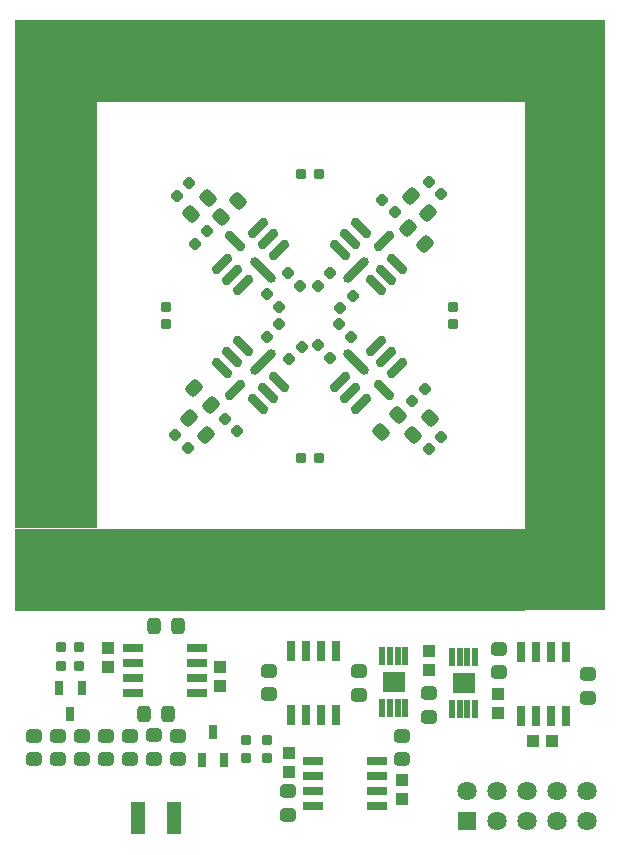
<source format=gts>
G04*
G04 #@! TF.GenerationSoftware,Altium Limited,Altium Designer,22.9.1 (49)*
G04*
G04 Layer_Color=8388736*
%FSLAX24Y24*%
%MOIN*%
G70*
G04*
G04 #@! TF.SameCoordinates,552243BB-0F40-405C-A021-40A65FA5EEAB*
G04*
G04*
G04 #@! TF.FilePolarity,Negative*
G04*
G01*
G75*
%ADD35R,1.4250X0.2750*%
%ADD36R,0.2750X1.6950*%
%ADD37R,1.7000X0.2750*%
%ADD38R,0.2700X1.9700*%
%ADD39R,0.0503X0.1113*%
%ADD40R,0.0660X0.0286*%
%ADD41R,0.0286X0.0660*%
%ADD42R,0.0444X0.0424*%
%ADD43R,0.0424X0.0444*%
G04:AMPARAMS|DCode=44|XSize=44.4mil|YSize=54.2mil|CornerRadius=12.3mil|HoleSize=0mil|Usage=FLASHONLY|Rotation=90.000|XOffset=0mil|YOffset=0mil|HoleType=Round|Shape=RoundedRectangle|*
%AMROUNDEDRECTD44*
21,1,0.0444,0.0295,0,0,90.0*
21,1,0.0197,0.0542,0,0,90.0*
1,1,0.0247,0.0148,0.0098*
1,1,0.0247,0.0148,-0.0098*
1,1,0.0247,-0.0148,-0.0098*
1,1,0.0247,-0.0148,0.0098*
%
%ADD44ROUNDEDRECTD44*%
%ADD45R,0.0778X0.0700*%
%ADD46R,0.0227X0.0601*%
G04:AMPARAMS|DCode=47|XSize=36.5mil|YSize=34.5mil|CornerRadius=9.9mil|HoleSize=0mil|Usage=FLASHONLY|Rotation=90.000|XOffset=0mil|YOffset=0mil|HoleType=Round|Shape=RoundedRectangle|*
%AMROUNDEDRECTD47*
21,1,0.0365,0.0148,0,0,90.0*
21,1,0.0167,0.0345,0,0,90.0*
1,1,0.0198,0.0074,0.0084*
1,1,0.0198,0.0074,-0.0084*
1,1,0.0198,-0.0074,-0.0084*
1,1,0.0198,-0.0074,0.0084*
%
%ADD47ROUNDEDRECTD47*%
%ADD48R,0.0306X0.0463*%
G04:AMPARAMS|DCode=49|XSize=44.4mil|YSize=54.2mil|CornerRadius=12.3mil|HoleSize=0mil|Usage=FLASHONLY|Rotation=0.000|XOffset=0mil|YOffset=0mil|HoleType=Round|Shape=RoundedRectangle|*
%AMROUNDEDRECTD49*
21,1,0.0444,0.0295,0,0,0.0*
21,1,0.0197,0.0542,0,0,0.0*
1,1,0.0247,0.0098,-0.0148*
1,1,0.0247,-0.0098,-0.0148*
1,1,0.0247,-0.0098,0.0148*
1,1,0.0247,0.0098,0.0148*
%
%ADD49ROUNDEDRECTD49*%
%ADD50R,0.0267X0.0483*%
G04:AMPARAMS|DCode=51|XSize=36.5mil|YSize=34.5mil|CornerRadius=9.9mil|HoleSize=0mil|Usage=FLASHONLY|Rotation=180.000|XOffset=0mil|YOffset=0mil|HoleType=Round|Shape=RoundedRectangle|*
%AMROUNDEDRECTD51*
21,1,0.0365,0.0148,0,0,180.0*
21,1,0.0167,0.0345,0,0,180.0*
1,1,0.0198,-0.0084,0.0074*
1,1,0.0198,0.0084,0.0074*
1,1,0.0198,0.0084,-0.0074*
1,1,0.0198,-0.0084,-0.0074*
%
%ADD51ROUNDEDRECTD51*%
G04:AMPARAMS|DCode=52|XSize=44.4mil|YSize=54.2mil|CornerRadius=12.3mil|HoleSize=0mil|Usage=FLASHONLY|Rotation=315.000|XOffset=0mil|YOffset=0mil|HoleType=Round|Shape=RoundedRectangle|*
%AMROUNDEDRECTD52*
21,1,0.0444,0.0295,0,0,315.0*
21,1,0.0197,0.0542,0,0,315.0*
1,1,0.0247,-0.0035,-0.0174*
1,1,0.0247,-0.0174,-0.0035*
1,1,0.0247,0.0035,0.0174*
1,1,0.0247,0.0174,0.0035*
%
%ADD52ROUNDEDRECTD52*%
G04:AMPARAMS|DCode=53|XSize=36.5mil|YSize=34.5mil|CornerRadius=9.9mil|HoleSize=0mil|Usage=FLASHONLY|Rotation=315.000|XOffset=0mil|YOffset=0mil|HoleType=Round|Shape=RoundedRectangle|*
%AMROUNDEDRECTD53*
21,1,0.0365,0.0148,0,0,315.0*
21,1,0.0167,0.0345,0,0,315.0*
1,1,0.0198,0.0007,-0.0111*
1,1,0.0198,-0.0111,0.0007*
1,1,0.0198,-0.0007,0.0111*
1,1,0.0198,0.0111,-0.0007*
%
%ADD53ROUNDEDRECTD53*%
G04:AMPARAMS|DCode=54|XSize=36.5mil|YSize=34.5mil|CornerRadius=9.9mil|HoleSize=0mil|Usage=FLASHONLY|Rotation=45.000|XOffset=0mil|YOffset=0mil|HoleType=Round|Shape=RoundedRectangle|*
%AMROUNDEDRECTD54*
21,1,0.0365,0.0148,0,0,45.0*
21,1,0.0167,0.0345,0,0,45.0*
1,1,0.0198,0.0111,0.0007*
1,1,0.0198,-0.0007,-0.0111*
1,1,0.0198,-0.0111,-0.0007*
1,1,0.0198,0.0007,0.0111*
%
%ADD54ROUNDEDRECTD54*%
G04:AMPARAMS|DCode=55|XSize=44.4mil|YSize=54.2mil|CornerRadius=12.3mil|HoleSize=0mil|Usage=FLASHONLY|Rotation=45.000|XOffset=0mil|YOffset=0mil|HoleType=Round|Shape=RoundedRectangle|*
%AMROUNDEDRECTD55*
21,1,0.0444,0.0295,0,0,45.0*
21,1,0.0197,0.0542,0,0,45.0*
1,1,0.0247,0.0174,-0.0035*
1,1,0.0247,0.0035,-0.0174*
1,1,0.0247,-0.0174,0.0035*
1,1,0.0247,-0.0035,0.0174*
%
%ADD55ROUNDEDRECTD55*%
G04:AMPARAMS|DCode=56|XSize=32.6mil|YSize=108.5mil|CornerRadius=0mil|HoleSize=0mil|Usage=FLASHONLY|Rotation=45.000|XOffset=0mil|YOffset=0mil|HoleType=Round|Shape=Round|*
%AMOVALD56*
21,1,0.0760,0.0326,0.0000,0.0000,135.0*
1,1,0.0326,0.0269,-0.0269*
1,1,0.0326,-0.0269,0.0269*
%
%ADD56OVALD56*%

G04:AMPARAMS|DCode=57|XSize=32.6mil|YSize=83.7mil|CornerRadius=0mil|HoleSize=0mil|Usage=FLASHONLY|Rotation=135.000|XOffset=0mil|YOffset=0mil|HoleType=Round|Shape=Round|*
%AMOVALD57*
21,1,0.0512,0.0326,0.0000,0.0000,225.0*
1,1,0.0326,0.0181,0.0181*
1,1,0.0326,-0.0181,-0.0181*
%
%ADD57OVALD57*%

G04:AMPARAMS|DCode=58|XSize=32.6mil|YSize=83.7mil|CornerRadius=0mil|HoleSize=0mil|Usage=FLASHONLY|Rotation=45.000|XOffset=0mil|YOffset=0mil|HoleType=Round|Shape=Round|*
%AMOVALD58*
21,1,0.0512,0.0326,0.0000,0.0000,135.0*
1,1,0.0326,0.0181,-0.0181*
1,1,0.0326,-0.0181,0.0181*
%
%ADD58OVALD58*%

G04:AMPARAMS|DCode=59|XSize=32.6mil|YSize=108.5mil|CornerRadius=0mil|HoleSize=0mil|Usage=FLASHONLY|Rotation=135.000|XOffset=0mil|YOffset=0mil|HoleType=Round|Shape=Round|*
%AMOVALD59*
21,1,0.0760,0.0326,0.0000,0.0000,225.0*
1,1,0.0326,0.0269,0.0269*
1,1,0.0326,-0.0269,-0.0269*
%
%ADD59OVALD59*%

%ADD60C,0.0641*%
%ADD61R,0.0641X0.0641*%
D35*
X25Y8475D02*
D03*
D36*
X-8475Y1375D02*
D03*
D37*
X-1350Y-8475D02*
D03*
D38*
X8500Y0D02*
D03*
D39*
X-5741Y-16750D02*
D03*
X-4559D02*
D03*
D40*
X87Y-14850D02*
D03*
Y-15350D02*
D03*
Y-15850D02*
D03*
Y-16350D02*
D03*
X2213Y-14850D02*
D03*
Y-15350D02*
D03*
Y-15850D02*
D03*
Y-16350D02*
D03*
X-5913Y-11100D02*
D03*
Y-11600D02*
D03*
Y-12100D02*
D03*
Y-12600D02*
D03*
X-3787Y-11100D02*
D03*
Y-11600D02*
D03*
Y-12100D02*
D03*
Y-12600D02*
D03*
D41*
X858Y-11179D02*
D03*
X358D02*
D03*
X-142D02*
D03*
X-642D02*
D03*
X858Y-13305D02*
D03*
X358D02*
D03*
X-142D02*
D03*
X-642D02*
D03*
X8508Y-11229D02*
D03*
X8008D02*
D03*
X7508D02*
D03*
X7008D02*
D03*
X8508Y-13355D02*
D03*
X8008D02*
D03*
X7508D02*
D03*
X7008D02*
D03*
D42*
X6250Y-13265D02*
D03*
Y-12635D02*
D03*
X3050Y-16115D02*
D03*
Y-15485D02*
D03*
X-700Y-15215D02*
D03*
Y-14585D02*
D03*
X3958Y-11177D02*
D03*
Y-11807D02*
D03*
X-6750Y-11085D02*
D03*
Y-11715D02*
D03*
X-3000Y-11735D02*
D03*
Y-12365D02*
D03*
D43*
X7435Y-14200D02*
D03*
X8065D02*
D03*
D44*
X-750Y-15856D02*
D03*
Y-16644D02*
D03*
X3050Y-14794D02*
D03*
Y-14006D02*
D03*
X3958Y-13386D02*
D03*
Y-12598D02*
D03*
X1608Y-12636D02*
D03*
Y-11848D02*
D03*
X-1392Y-12629D02*
D03*
Y-11842D02*
D03*
X9250Y-12744D02*
D03*
Y-11956D02*
D03*
X6300Y-11894D02*
D03*
Y-11106D02*
D03*
X-6800Y-14006D02*
D03*
Y-14794D02*
D03*
X-6000Y-14006D02*
D03*
Y-14794D02*
D03*
X-5200Y-14000D02*
D03*
Y-14787D02*
D03*
X-4400Y-14006D02*
D03*
Y-14794D02*
D03*
X-9200Y-14006D02*
D03*
Y-14794D02*
D03*
X-8400Y-14006D02*
D03*
Y-14794D02*
D03*
X-7600Y-14013D02*
D03*
Y-14800D02*
D03*
D45*
X5108Y-12242D02*
D03*
X2790Y-12212D02*
D03*
D46*
X4724Y-11376D02*
D03*
X4980D02*
D03*
X5236D02*
D03*
X5492D02*
D03*
Y-13108D02*
D03*
X5236D02*
D03*
X4980D02*
D03*
X4724D02*
D03*
X2406Y-11346D02*
D03*
X2662D02*
D03*
X2918D02*
D03*
X3173D02*
D03*
Y-13079D02*
D03*
X2918D02*
D03*
X2662D02*
D03*
X2406D02*
D03*
D47*
X-1450Y-14155D02*
D03*
Y-14745D02*
D03*
X-2150D02*
D03*
Y-14155D02*
D03*
X4750Y-295D02*
D03*
Y295D02*
D03*
X-4800D02*
D03*
Y-295D02*
D03*
D48*
X-3624Y-14803D02*
D03*
X-2876D02*
D03*
X-3250Y-13897D02*
D03*
D49*
X-4406Y-10350D02*
D03*
X-5194D02*
D03*
X-4756Y-13300D02*
D03*
X-5544D02*
D03*
D50*
X-7626Y-12409D02*
D03*
X-8374Y-12429D02*
D03*
X-8000Y-13299D02*
D03*
D51*
X-8295Y-11700D02*
D03*
X-7705D02*
D03*
X-8295Y-11050D02*
D03*
X-7705D02*
D03*
X295Y-4750D02*
D03*
X-295D02*
D03*
Y4724D02*
D03*
X295D02*
D03*
D52*
X-3322Y-2978D02*
D03*
X-3878Y-2422D02*
D03*
X3928Y3422D02*
D03*
X3372Y3978D02*
D03*
X3272Y2928D02*
D03*
X3828Y2372D02*
D03*
X-4028Y-3422D02*
D03*
X-3472Y-3978D02*
D03*
D53*
X-1041Y291D02*
D03*
X-1459Y709D02*
D03*
X941Y-291D02*
D03*
X1359Y-709D02*
D03*
X-341Y991D02*
D03*
X-759Y1409D02*
D03*
X3941Y4459D02*
D03*
X4359Y4041D02*
D03*
X-4091Y-4409D02*
D03*
X-4509Y-3991D02*
D03*
X241Y-991D02*
D03*
X659Y-1409D02*
D03*
X2391Y3859D02*
D03*
X2809Y3441D02*
D03*
X-2441Y-3859D02*
D03*
X-2859Y-3441D02*
D03*
D54*
X-291Y-1041D02*
D03*
X-709Y-1459D02*
D03*
X241Y991D02*
D03*
X659Y1409D02*
D03*
X-4459Y3991D02*
D03*
X-4041Y4409D02*
D03*
X991Y241D02*
D03*
X1409Y659D02*
D03*
X4359Y-4041D02*
D03*
X3941Y-4459D02*
D03*
X-1041Y-291D02*
D03*
X-1459Y-709D02*
D03*
X-3859Y2391D02*
D03*
X-3441Y2809D02*
D03*
X3391Y-2859D02*
D03*
X3809Y-2441D02*
D03*
D55*
X-3422Y3928D02*
D03*
X-3978Y3372D02*
D03*
X3422Y-3978D02*
D03*
X3978Y-3422D02*
D03*
X2928Y-3322D02*
D03*
X2372Y-3878D02*
D03*
X-2978Y3272D02*
D03*
X-2422Y3828D02*
D03*
D56*
X1511Y-1561D02*
D03*
X-1574Y1524D02*
D03*
D57*
X2182Y-1035D02*
D03*
X2536Y-1388D02*
D03*
X2889Y-1742D02*
D03*
X1692Y-2939D02*
D03*
X1338Y-2586D02*
D03*
X985Y-2232D02*
D03*
X2452Y2465D02*
D03*
X-2245Y998D02*
D03*
X-2599Y1351D02*
D03*
X-2952Y1705D02*
D03*
X-1755Y2902D02*
D03*
X-1401Y2549D02*
D03*
X-1048Y2195D02*
D03*
X-2515Y-2502D02*
D03*
D58*
X2452D02*
D03*
X985Y2195D02*
D03*
X1338Y2549D02*
D03*
X1692Y2902D02*
D03*
X2889Y1705D02*
D03*
X2536Y1351D02*
D03*
X2182Y998D02*
D03*
X-2515Y2465D02*
D03*
X-1048Y-2232D02*
D03*
X-1401Y-2586D02*
D03*
X-1755Y-2939D02*
D03*
X-2952Y-1742D02*
D03*
X-2599Y-1388D02*
D03*
X-2245Y-1035D02*
D03*
D59*
X1511Y1524D02*
D03*
X-1574Y-1561D02*
D03*
D60*
X9224Y-15854D02*
D03*
Y-16854D02*
D03*
X8224Y-15854D02*
D03*
Y-16854D02*
D03*
X7224Y-15854D02*
D03*
Y-16854D02*
D03*
X6224Y-15854D02*
D03*
Y-16854D02*
D03*
X5224Y-15854D02*
D03*
D61*
Y-16854D02*
D03*
M02*

</source>
